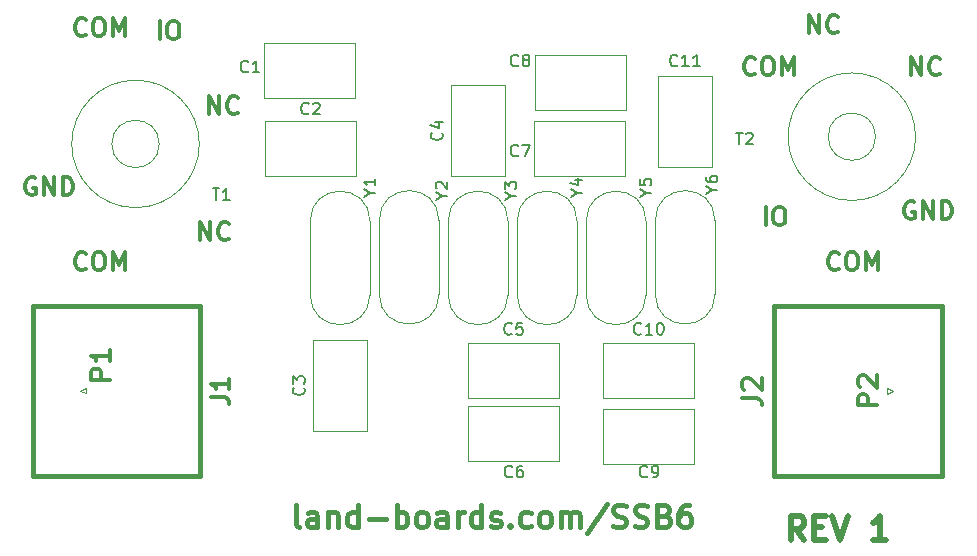
<source format=gto>
G04 #@! TF.GenerationSoftware,KiCad,Pcbnew,(5.1.10)-1*
G04 #@! TF.CreationDate,2021-09-28T15:20:51-04:00*
G04 #@! TF.ProjectId,SSB6,53534236-2e6b-4696-9361-645f70636258,1*
G04 #@! TF.SameCoordinates,PX8c7ecc0PY46649b0*
G04 #@! TF.FileFunction,Legend,Top*
G04 #@! TF.FilePolarity,Positive*
%FSLAX46Y46*%
G04 Gerber Fmt 4.6, Leading zero omitted, Abs format (unit mm)*
G04 Created by KiCad (PCBNEW (5.1.10)-1) date 2021-09-28 15:20:51*
%MOMM*%
%LPD*%
G01*
G04 APERTURE LIST*
%ADD10C,0.304800*%
%ADD11C,0.500000*%
%ADD12C,0.412750*%
%ADD13C,0.120000*%
%ADD14C,0.381000*%
%ADD15C,0.150000*%
G04 APERTURE END LIST*
D10*
X-98459429Y18500572D02*
X-98459429Y20024572D01*
X-97588572Y18500572D01*
X-97588572Y20024572D01*
X-95992000Y18645715D02*
X-96064572Y18573143D01*
X-96282286Y18500572D01*
X-96427429Y18500572D01*
X-96645143Y18573143D01*
X-96790286Y18718286D01*
X-96862858Y18863429D01*
X-96935429Y19153715D01*
X-96935429Y19371429D01*
X-96862858Y19661715D01*
X-96790286Y19806858D01*
X-96645143Y19952000D01*
X-96427429Y20024572D01*
X-96282286Y20024572D01*
X-96064572Y19952000D01*
X-95992000Y19879429D01*
X-99221429Y7832572D02*
X-99221429Y9356572D01*
X-98350572Y7832572D01*
X-98350572Y9356572D01*
X-96754000Y7977715D02*
X-96826572Y7905143D01*
X-97044286Y7832572D01*
X-97189429Y7832572D01*
X-97407143Y7905143D01*
X-97552286Y8050286D01*
X-97624858Y8195429D01*
X-97697429Y8485715D01*
X-97697429Y8703429D01*
X-97624858Y8993715D01*
X-97552286Y9138858D01*
X-97407143Y9284000D01*
X-97189429Y9356572D01*
X-97044286Y9356572D01*
X-96826572Y9284000D01*
X-96754000Y9211429D01*
X-47659429Y25358572D02*
X-47659429Y26882572D01*
X-46788572Y25358572D01*
X-46788572Y26882572D01*
X-45192000Y25503715D02*
X-45264572Y25431143D01*
X-45482286Y25358572D01*
X-45627429Y25358572D01*
X-45845143Y25431143D01*
X-45990286Y25576286D01*
X-46062858Y25721429D01*
X-46135429Y26011715D01*
X-46135429Y26229429D01*
X-46062858Y26519715D01*
X-45990286Y26664858D01*
X-45845143Y26810000D01*
X-45627429Y26882572D01*
X-45482286Y26882572D01*
X-45264572Y26810000D01*
X-45192000Y26737429D01*
X-39023429Y21802572D02*
X-39023429Y23326572D01*
X-38152572Y21802572D01*
X-38152572Y23326572D01*
X-36556000Y21947715D02*
X-36628572Y21875143D01*
X-36846286Y21802572D01*
X-36991429Y21802572D01*
X-37209143Y21875143D01*
X-37354286Y22020286D01*
X-37426858Y22165429D01*
X-37499429Y22455715D01*
X-37499429Y22673429D01*
X-37426858Y22963715D01*
X-37354286Y23108858D01*
X-37209143Y23254000D01*
X-36991429Y23326572D01*
X-36846286Y23326572D01*
X-36628572Y23254000D01*
X-36556000Y23181429D01*
X-113155143Y13094000D02*
X-113300286Y13166572D01*
X-113518000Y13166572D01*
X-113735715Y13094000D01*
X-113880858Y12948858D01*
X-113953429Y12803715D01*
X-114026000Y12513429D01*
X-114026000Y12295715D01*
X-113953429Y12005429D01*
X-113880858Y11860286D01*
X-113735715Y11715143D01*
X-113518000Y11642572D01*
X-113372858Y11642572D01*
X-113155143Y11715143D01*
X-113082572Y11787715D01*
X-113082572Y12295715D01*
X-113372858Y12295715D01*
X-112429429Y11642572D02*
X-112429429Y13166572D01*
X-111558572Y11642572D01*
X-111558572Y13166572D01*
X-110832858Y11642572D02*
X-110832858Y13166572D01*
X-110470000Y13166572D01*
X-110252286Y13094000D01*
X-110107143Y12948858D01*
X-110034572Y12803715D01*
X-109962000Y12513429D01*
X-109962000Y12295715D01*
X-110034572Y12005429D01*
X-110107143Y11860286D01*
X-110252286Y11715143D01*
X-110470000Y11642572D01*
X-110832858Y11642572D01*
X-102632286Y24850572D02*
X-102632286Y26374572D01*
X-101616286Y26374572D02*
X-101326000Y26374572D01*
X-101180858Y26302000D01*
X-101035715Y26156858D01*
X-100963143Y25866572D01*
X-100963143Y25358572D01*
X-101035715Y25068286D01*
X-101180858Y24923143D01*
X-101326000Y24850572D01*
X-101616286Y24850572D01*
X-101761429Y24923143D01*
X-101906572Y25068286D01*
X-101979143Y25358572D01*
X-101979143Y25866572D01*
X-101906572Y26156858D01*
X-101761429Y26302000D01*
X-101616286Y26374572D01*
X-108873429Y5437715D02*
X-108946000Y5365143D01*
X-109163715Y5292572D01*
X-109308858Y5292572D01*
X-109526572Y5365143D01*
X-109671715Y5510286D01*
X-109744286Y5655429D01*
X-109816858Y5945715D01*
X-109816858Y6163429D01*
X-109744286Y6453715D01*
X-109671715Y6598858D01*
X-109526572Y6744000D01*
X-109308858Y6816572D01*
X-109163715Y6816572D01*
X-108946000Y6744000D01*
X-108873429Y6671429D01*
X-107930000Y6816572D02*
X-107639715Y6816572D01*
X-107494572Y6744000D01*
X-107349429Y6598858D01*
X-107276858Y6308572D01*
X-107276858Y5800572D01*
X-107349429Y5510286D01*
X-107494572Y5365143D01*
X-107639715Y5292572D01*
X-107930000Y5292572D01*
X-108075143Y5365143D01*
X-108220286Y5510286D01*
X-108292858Y5800572D01*
X-108292858Y6308572D01*
X-108220286Y6598858D01*
X-108075143Y6744000D01*
X-107930000Y6816572D01*
X-106623715Y5292572D02*
X-106623715Y6816572D01*
X-106115715Y5728000D01*
X-105607715Y6816572D01*
X-105607715Y5292572D01*
X-108873429Y25249715D02*
X-108946000Y25177143D01*
X-109163715Y25104572D01*
X-109308858Y25104572D01*
X-109526572Y25177143D01*
X-109671715Y25322286D01*
X-109744286Y25467429D01*
X-109816858Y25757715D01*
X-109816858Y25975429D01*
X-109744286Y26265715D01*
X-109671715Y26410858D01*
X-109526572Y26556000D01*
X-109308858Y26628572D01*
X-109163715Y26628572D01*
X-108946000Y26556000D01*
X-108873429Y26483429D01*
X-107930000Y26628572D02*
X-107639715Y26628572D01*
X-107494572Y26556000D01*
X-107349429Y26410858D01*
X-107276858Y26120572D01*
X-107276858Y25612572D01*
X-107349429Y25322286D01*
X-107494572Y25177143D01*
X-107639715Y25104572D01*
X-107930000Y25104572D01*
X-108075143Y25177143D01*
X-108220286Y25322286D01*
X-108292858Y25612572D01*
X-108292858Y26120572D01*
X-108220286Y26410858D01*
X-108075143Y26556000D01*
X-107930000Y26628572D01*
X-106623715Y25104572D02*
X-106623715Y26628572D01*
X-106115715Y25540000D01*
X-105607715Y26628572D01*
X-105607715Y25104572D01*
X-52231429Y21947715D02*
X-52304000Y21875143D01*
X-52521715Y21802572D01*
X-52666858Y21802572D01*
X-52884572Y21875143D01*
X-53029715Y22020286D01*
X-53102286Y22165429D01*
X-53174858Y22455715D01*
X-53174858Y22673429D01*
X-53102286Y22963715D01*
X-53029715Y23108858D01*
X-52884572Y23254000D01*
X-52666858Y23326572D01*
X-52521715Y23326572D01*
X-52304000Y23254000D01*
X-52231429Y23181429D01*
X-51288000Y23326572D02*
X-50997715Y23326572D01*
X-50852572Y23254000D01*
X-50707429Y23108858D01*
X-50634858Y22818572D01*
X-50634858Y22310572D01*
X-50707429Y22020286D01*
X-50852572Y21875143D01*
X-50997715Y21802572D01*
X-51288000Y21802572D01*
X-51433143Y21875143D01*
X-51578286Y22020286D01*
X-51650858Y22310572D01*
X-51650858Y22818572D01*
X-51578286Y23108858D01*
X-51433143Y23254000D01*
X-51288000Y23326572D01*
X-49981715Y21802572D02*
X-49981715Y23326572D01*
X-49473715Y22238000D01*
X-48965715Y23326572D01*
X-48965715Y21802572D01*
X-51324286Y9102572D02*
X-51324286Y10626572D01*
X-50308286Y10626572D02*
X-50018000Y10626572D01*
X-49872858Y10554000D01*
X-49727715Y10408858D01*
X-49655143Y10118572D01*
X-49655143Y9610572D01*
X-49727715Y9320286D01*
X-49872858Y9175143D01*
X-50018000Y9102572D01*
X-50308286Y9102572D01*
X-50453429Y9175143D01*
X-50598572Y9320286D01*
X-50671143Y9610572D01*
X-50671143Y10118572D01*
X-50598572Y10408858D01*
X-50453429Y10554000D01*
X-50308286Y10626572D01*
X-45119429Y5437715D02*
X-45192000Y5365143D01*
X-45409715Y5292572D01*
X-45554858Y5292572D01*
X-45772572Y5365143D01*
X-45917715Y5510286D01*
X-45990286Y5655429D01*
X-46062858Y5945715D01*
X-46062858Y6163429D01*
X-45990286Y6453715D01*
X-45917715Y6598858D01*
X-45772572Y6744000D01*
X-45554858Y6816572D01*
X-45409715Y6816572D01*
X-45192000Y6744000D01*
X-45119429Y6671429D01*
X-44176000Y6816572D02*
X-43885715Y6816572D01*
X-43740572Y6744000D01*
X-43595429Y6598858D01*
X-43522858Y6308572D01*
X-43522858Y5800572D01*
X-43595429Y5510286D01*
X-43740572Y5365143D01*
X-43885715Y5292572D01*
X-44176000Y5292572D01*
X-44321143Y5365143D01*
X-44466286Y5510286D01*
X-44538858Y5800572D01*
X-44538858Y6308572D01*
X-44466286Y6598858D01*
X-44321143Y6744000D01*
X-44176000Y6816572D01*
X-42869715Y5292572D02*
X-42869715Y6816572D01*
X-42361715Y5728000D01*
X-41853715Y6816572D01*
X-41853715Y5292572D01*
X-38733143Y11062000D02*
X-38878286Y11134572D01*
X-39096000Y11134572D01*
X-39313715Y11062000D01*
X-39458858Y10916858D01*
X-39531429Y10771715D01*
X-39604000Y10481429D01*
X-39604000Y10263715D01*
X-39531429Y9973429D01*
X-39458858Y9828286D01*
X-39313715Y9683143D01*
X-39096000Y9610572D01*
X-38950858Y9610572D01*
X-38733143Y9683143D01*
X-38660572Y9755715D01*
X-38660572Y10263715D01*
X-38950858Y10263715D01*
X-38007429Y9610572D02*
X-38007429Y11134572D01*
X-37136572Y9610572D01*
X-37136572Y11134572D01*
X-36410858Y9610572D02*
X-36410858Y11134572D01*
X-36048000Y11134572D01*
X-35830286Y11062000D01*
X-35685143Y10916858D01*
X-35612572Y10771715D01*
X-35540000Y10481429D01*
X-35540000Y10263715D01*
X-35612572Y9973429D01*
X-35685143Y9828286D01*
X-35830286Y9683143D01*
X-36048000Y9610572D01*
X-36410858Y9610572D01*
D11*
X-48049143Y-17528761D02*
X-48715810Y-16576380D01*
X-49192000Y-17528761D02*
X-49192000Y-15528761D01*
X-48430096Y-15528761D01*
X-48239620Y-15624000D01*
X-48144381Y-15719238D01*
X-48049143Y-15909714D01*
X-48049143Y-16195428D01*
X-48144381Y-16385904D01*
X-48239620Y-16481142D01*
X-48430096Y-16576380D01*
X-49192000Y-16576380D01*
X-47192000Y-16481142D02*
X-46525334Y-16481142D01*
X-46239620Y-17528761D02*
X-47192000Y-17528761D01*
X-47192000Y-15528761D01*
X-46239620Y-15528761D01*
X-45668191Y-15528761D02*
X-45001524Y-17528761D01*
X-44334858Y-15528761D01*
X-41096762Y-17528761D02*
X-42239620Y-17528761D01*
X-41668191Y-17528761D02*
X-41668191Y-15528761D01*
X-41858667Y-15814476D01*
X-42049143Y-16004952D01*
X-42239620Y-16100190D01*
D12*
X-90821286Y-16469785D02*
X-91002715Y-16379071D01*
X-91093429Y-16197642D01*
X-91093429Y-14564785D01*
X-89279143Y-16469785D02*
X-89279143Y-15471928D01*
X-89369858Y-15290500D01*
X-89551286Y-15199785D01*
X-89914143Y-15199785D01*
X-90095572Y-15290500D01*
X-89279143Y-16379071D02*
X-89460572Y-16469785D01*
X-89914143Y-16469785D01*
X-90095572Y-16379071D01*
X-90186286Y-16197642D01*
X-90186286Y-16016214D01*
X-90095572Y-15834785D01*
X-89914143Y-15744071D01*
X-89460572Y-15744071D01*
X-89279143Y-15653357D01*
X-88372000Y-15199785D02*
X-88372000Y-16469785D01*
X-88372000Y-15381214D02*
X-88281286Y-15290500D01*
X-88099858Y-15199785D01*
X-87827715Y-15199785D01*
X-87646286Y-15290500D01*
X-87555572Y-15471928D01*
X-87555572Y-16469785D01*
X-85832000Y-16469785D02*
X-85832000Y-14564785D01*
X-85832000Y-16379071D02*
X-86013429Y-16469785D01*
X-86376286Y-16469785D01*
X-86557715Y-16379071D01*
X-86648429Y-16288357D01*
X-86739143Y-16106928D01*
X-86739143Y-15562642D01*
X-86648429Y-15381214D01*
X-86557715Y-15290500D01*
X-86376286Y-15199785D01*
X-86013429Y-15199785D01*
X-85832000Y-15290500D01*
X-84924858Y-15744071D02*
X-83473429Y-15744071D01*
X-82566286Y-16469785D02*
X-82566286Y-14564785D01*
X-82566286Y-15290500D02*
X-82384858Y-15199785D01*
X-82022000Y-15199785D01*
X-81840572Y-15290500D01*
X-81749858Y-15381214D01*
X-81659143Y-15562642D01*
X-81659143Y-16106928D01*
X-81749858Y-16288357D01*
X-81840572Y-16379071D01*
X-82022000Y-16469785D01*
X-82384858Y-16469785D01*
X-82566286Y-16379071D01*
X-80570572Y-16469785D02*
X-80752000Y-16379071D01*
X-80842715Y-16288357D01*
X-80933429Y-16106928D01*
X-80933429Y-15562642D01*
X-80842715Y-15381214D01*
X-80752000Y-15290500D01*
X-80570572Y-15199785D01*
X-80298429Y-15199785D01*
X-80117000Y-15290500D01*
X-80026286Y-15381214D01*
X-79935572Y-15562642D01*
X-79935572Y-16106928D01*
X-80026286Y-16288357D01*
X-80117000Y-16379071D01*
X-80298429Y-16469785D01*
X-80570572Y-16469785D01*
X-78302715Y-16469785D02*
X-78302715Y-15471928D01*
X-78393429Y-15290500D01*
X-78574858Y-15199785D01*
X-78937715Y-15199785D01*
X-79119143Y-15290500D01*
X-78302715Y-16379071D02*
X-78484143Y-16469785D01*
X-78937715Y-16469785D01*
X-79119143Y-16379071D01*
X-79209858Y-16197642D01*
X-79209858Y-16016214D01*
X-79119143Y-15834785D01*
X-78937715Y-15744071D01*
X-78484143Y-15744071D01*
X-78302715Y-15653357D01*
X-77395572Y-16469785D02*
X-77395572Y-15199785D01*
X-77395572Y-15562642D02*
X-77304858Y-15381214D01*
X-77214143Y-15290500D01*
X-77032715Y-15199785D01*
X-76851286Y-15199785D01*
X-75399858Y-16469785D02*
X-75399858Y-14564785D01*
X-75399858Y-16379071D02*
X-75581286Y-16469785D01*
X-75944143Y-16469785D01*
X-76125572Y-16379071D01*
X-76216286Y-16288357D01*
X-76307000Y-16106928D01*
X-76307000Y-15562642D01*
X-76216286Y-15381214D01*
X-76125572Y-15290500D01*
X-75944143Y-15199785D01*
X-75581286Y-15199785D01*
X-75399858Y-15290500D01*
X-74583429Y-16379071D02*
X-74402000Y-16469785D01*
X-74039143Y-16469785D01*
X-73857715Y-16379071D01*
X-73767000Y-16197642D01*
X-73767000Y-16106928D01*
X-73857715Y-15925500D01*
X-74039143Y-15834785D01*
X-74311286Y-15834785D01*
X-74492715Y-15744071D01*
X-74583429Y-15562642D01*
X-74583429Y-15471928D01*
X-74492715Y-15290500D01*
X-74311286Y-15199785D01*
X-74039143Y-15199785D01*
X-73857715Y-15290500D01*
X-72950572Y-16288357D02*
X-72859858Y-16379071D01*
X-72950572Y-16469785D01*
X-73041286Y-16379071D01*
X-72950572Y-16288357D01*
X-72950572Y-16469785D01*
X-71227000Y-16379071D02*
X-71408429Y-16469785D01*
X-71771286Y-16469785D01*
X-71952715Y-16379071D01*
X-72043429Y-16288357D01*
X-72134143Y-16106928D01*
X-72134143Y-15562642D01*
X-72043429Y-15381214D01*
X-71952715Y-15290500D01*
X-71771286Y-15199785D01*
X-71408429Y-15199785D01*
X-71227000Y-15290500D01*
X-70138429Y-16469785D02*
X-70319858Y-16379071D01*
X-70410572Y-16288357D01*
X-70501286Y-16106928D01*
X-70501286Y-15562642D01*
X-70410572Y-15381214D01*
X-70319858Y-15290500D01*
X-70138429Y-15199785D01*
X-69866286Y-15199785D01*
X-69684858Y-15290500D01*
X-69594143Y-15381214D01*
X-69503429Y-15562642D01*
X-69503429Y-16106928D01*
X-69594143Y-16288357D01*
X-69684858Y-16379071D01*
X-69866286Y-16469785D01*
X-70138429Y-16469785D01*
X-68687000Y-16469785D02*
X-68687000Y-15199785D01*
X-68687000Y-15381214D02*
X-68596286Y-15290500D01*
X-68414858Y-15199785D01*
X-68142715Y-15199785D01*
X-67961286Y-15290500D01*
X-67870572Y-15471928D01*
X-67870572Y-16469785D01*
X-67870572Y-15471928D02*
X-67779858Y-15290500D01*
X-67598429Y-15199785D01*
X-67326286Y-15199785D01*
X-67144858Y-15290500D01*
X-67054143Y-15471928D01*
X-67054143Y-16469785D01*
X-64786286Y-14474071D02*
X-66419143Y-16923357D01*
X-64242000Y-16379071D02*
X-63969858Y-16469785D01*
X-63516286Y-16469785D01*
X-63334858Y-16379071D01*
X-63244143Y-16288357D01*
X-63153429Y-16106928D01*
X-63153429Y-15925500D01*
X-63244143Y-15744071D01*
X-63334858Y-15653357D01*
X-63516286Y-15562642D01*
X-63879143Y-15471928D01*
X-64060572Y-15381214D01*
X-64151286Y-15290500D01*
X-64242000Y-15109071D01*
X-64242000Y-14927642D01*
X-64151286Y-14746214D01*
X-64060572Y-14655500D01*
X-63879143Y-14564785D01*
X-63425572Y-14564785D01*
X-63153429Y-14655500D01*
X-62427715Y-16379071D02*
X-62155572Y-16469785D01*
X-61702000Y-16469785D01*
X-61520572Y-16379071D01*
X-61429858Y-16288357D01*
X-61339143Y-16106928D01*
X-61339143Y-15925500D01*
X-61429858Y-15744071D01*
X-61520572Y-15653357D01*
X-61702000Y-15562642D01*
X-62064858Y-15471928D01*
X-62246286Y-15381214D01*
X-62337000Y-15290500D01*
X-62427715Y-15109071D01*
X-62427715Y-14927642D01*
X-62337000Y-14746214D01*
X-62246286Y-14655500D01*
X-62064858Y-14564785D01*
X-61611286Y-14564785D01*
X-61339143Y-14655500D01*
X-59887715Y-15471928D02*
X-59615572Y-15562642D01*
X-59524858Y-15653357D01*
X-59434143Y-15834785D01*
X-59434143Y-16106928D01*
X-59524858Y-16288357D01*
X-59615572Y-16379071D01*
X-59797000Y-16469785D01*
X-60522715Y-16469785D01*
X-60522715Y-14564785D01*
X-59887715Y-14564785D01*
X-59706286Y-14655500D01*
X-59615572Y-14746214D01*
X-59524858Y-14927642D01*
X-59524858Y-15109071D01*
X-59615572Y-15290500D01*
X-59706286Y-15381214D01*
X-59887715Y-15471928D01*
X-60522715Y-15471928D01*
X-57801286Y-14564785D02*
X-58164143Y-14564785D01*
X-58345572Y-14655500D01*
X-58436286Y-14746214D01*
X-58617715Y-15018357D01*
X-58708429Y-15381214D01*
X-58708429Y-16106928D01*
X-58617715Y-16288357D01*
X-58527000Y-16379071D01*
X-58345572Y-16469785D01*
X-57982715Y-16469785D01*
X-57801286Y-16379071D01*
X-57710572Y-16288357D01*
X-57619858Y-16106928D01*
X-57619858Y-15653357D01*
X-57710572Y-15471928D01*
X-57801286Y-15381214D01*
X-57982715Y-15290500D01*
X-58345572Y-15290500D01*
X-58527000Y-15381214D01*
X-58617715Y-15471928D01*
X-58708429Y-15653357D01*
D13*
X-109353000Y-4889200D02*
X-108853000Y-5139200D01*
X-108853000Y-5139200D02*
X-108853000Y-4639200D01*
X-108853000Y-4639200D02*
X-109353000Y-4889200D01*
X-40543200Y-4914600D02*
X-41043200Y-4664600D01*
X-41043200Y-4664600D02*
X-41043200Y-5164600D01*
X-41043200Y-5164600D02*
X-40543200Y-4914600D01*
D14*
X-50627600Y2248200D02*
X-36426460Y2248200D01*
X-36431540Y2253280D02*
X-36431540Y-12145980D01*
X-36426460Y-12151060D02*
X-50627600Y-12151060D01*
X-50645380Y2248200D02*
X-50645380Y-12151060D01*
D13*
X-86066000Y24559000D02*
X-86066000Y19917000D01*
X-93806000Y24559000D02*
X-93806000Y19917000D01*
X-93806000Y19917000D02*
X-86066000Y19917000D01*
X-93806000Y24559000D02*
X-86066000Y24559000D01*
X-85986000Y13313000D02*
X-93726000Y13313000D01*
X-85986000Y17955000D02*
X-93726000Y17955000D01*
X-85986000Y13313000D02*
X-85986000Y17955000D01*
X-93726000Y13313000D02*
X-93726000Y17955000D01*
X-89677000Y-602000D02*
X-85035000Y-602000D01*
X-89677000Y-8342000D02*
X-85035000Y-8342000D01*
X-85035000Y-8342000D02*
X-85035000Y-602000D01*
X-89677000Y-8342000D02*
X-89677000Y-602000D01*
X-77993000Y20988000D02*
X-73351000Y20988000D01*
X-77993000Y13248000D02*
X-73351000Y13248000D01*
X-73351000Y13248000D02*
X-73351000Y20988000D01*
X-77993000Y13248000D02*
X-77993000Y20988000D01*
X-76534000Y-841000D02*
X-68794000Y-841000D01*
X-76534000Y-5483000D02*
X-68794000Y-5483000D01*
X-76534000Y-841000D02*
X-76534000Y-5483000D01*
X-68794000Y-841000D02*
X-68794000Y-5483000D01*
X-76534000Y-6175000D02*
X-68794000Y-6175000D01*
X-76534000Y-10817000D02*
X-68794000Y-10817000D01*
X-76534000Y-6175000D02*
X-76534000Y-10817000D01*
X-68794000Y-6175000D02*
X-68794000Y-10817000D01*
X-70946000Y17955000D02*
X-63206000Y17955000D01*
X-70946000Y13313000D02*
X-63206000Y13313000D01*
X-70946000Y17955000D02*
X-70946000Y13313000D01*
X-63206000Y17955000D02*
X-63206000Y13313000D01*
X-70866000Y18901000D02*
X-70866000Y23543000D01*
X-63126000Y18901000D02*
X-63126000Y23543000D01*
X-63126000Y23543000D02*
X-70866000Y23543000D01*
X-63126000Y18901000D02*
X-70866000Y18901000D01*
X-57364000Y-6429000D02*
X-57364000Y-11071000D01*
X-65104000Y-6429000D02*
X-65104000Y-11071000D01*
X-65104000Y-11071000D02*
X-57364000Y-11071000D01*
X-65104000Y-6429000D02*
X-57364000Y-6429000D01*
X-57364000Y-841000D02*
X-57364000Y-5483000D01*
X-65104000Y-841000D02*
X-65104000Y-5483000D01*
X-65104000Y-5483000D02*
X-57364000Y-5483000D01*
X-65104000Y-841000D02*
X-57364000Y-841000D01*
X-60467000Y14010000D02*
X-60467000Y21750000D01*
X-55825000Y14010000D02*
X-55825000Y21750000D01*
X-60467000Y14010000D02*
X-55825000Y14010000D01*
X-60467000Y21750000D02*
X-55825000Y21750000D01*
X-89881000Y9461000D02*
X-89881000Y3211000D01*
X-84831000Y9461000D02*
X-84831000Y3211000D01*
X-89881000Y9461000D02*
G75*
G02*
X-84831000Y9461000I2525000J0D01*
G01*
X-89881000Y3211000D02*
G75*
G03*
X-84831000Y3211000I2525000J0D01*
G01*
X-78197000Y9461000D02*
X-78197000Y3211000D01*
X-73147000Y9461000D02*
X-73147000Y3211000D01*
X-78197000Y9461000D02*
G75*
G02*
X-73147000Y9461000I2525000J0D01*
G01*
X-78197000Y3211000D02*
G75*
G03*
X-73147000Y3211000I2525000J0D01*
G01*
X-67305000Y9461000D02*
X-67305000Y3211000D01*
X-72355000Y9461000D02*
X-72355000Y3211000D01*
X-72355000Y3211000D02*
G75*
G03*
X-67305000Y3211000I2525000J0D01*
G01*
X-72355000Y9461000D02*
G75*
G02*
X-67305000Y9461000I2525000J0D01*
G01*
X-66513000Y9461000D02*
X-66513000Y3211000D01*
X-61463000Y9461000D02*
X-61463000Y3211000D01*
X-66513000Y9461000D02*
G75*
G02*
X-61463000Y9461000I2525000J0D01*
G01*
X-66513000Y3211000D02*
G75*
G03*
X-61463000Y3211000I2525000J0D01*
G01*
X-60671000Y3265000D02*
X-60671000Y9515000D01*
X-55621000Y3265000D02*
X-55621000Y9515000D01*
X-55621000Y9515000D02*
G75*
G03*
X-60671000Y9515000I-2525000J0D01*
G01*
X-55621000Y3265000D02*
G75*
G02*
X-60671000Y3265000I-2525000J0D01*
G01*
X-78989000Y3265000D02*
X-78989000Y9515000D01*
X-84039000Y3265000D02*
X-84039000Y9515000D01*
X-78989000Y3265000D02*
G75*
G02*
X-84039000Y3265000I-2525000J0D01*
G01*
X-78989000Y9515000D02*
G75*
G03*
X-84039000Y9515000I-2525000J0D01*
G01*
X-102673502Y15992000D02*
G75*
G03*
X-102673502Y15992000I-2002498J0D01*
G01*
X-99276000Y15992000D02*
G75*
G03*
X-99276000Y15992000I-5400000J0D01*
G01*
X-38626000Y16602000D02*
G75*
G03*
X-38626000Y16602000I-5400000J0D01*
G01*
X-42023502Y16602000D02*
G75*
G03*
X-42023502Y16602000I-2002498J0D01*
G01*
D14*
X-99174620Y-12128200D02*
X-99174620Y2271060D01*
X-113393540Y2271060D02*
X-99192400Y2271060D01*
X-113388460Y-12133280D02*
X-113388460Y2265980D01*
X-99192400Y-12128200D02*
X-113393540Y-12128200D01*
D10*
X-106802120Y-3974195D02*
X-108453120Y-3974195D01*
X-108453120Y-3345242D01*
X-108374500Y-3188004D01*
X-108295881Y-3109385D01*
X-108138643Y-3030766D01*
X-107902786Y-3030766D01*
X-107745548Y-3109385D01*
X-107666929Y-3188004D01*
X-107588310Y-3345242D01*
X-107588310Y-3974195D01*
X-106802120Y-1458385D02*
X-106802120Y-2401814D01*
X-106802120Y-1930100D02*
X-108453120Y-1930100D01*
X-108217262Y-2087338D01*
X-108060024Y-2244576D01*
X-107981405Y-2401814D01*
X-41854320Y-6133195D02*
X-43505320Y-6133195D01*
X-43505320Y-5504242D01*
X-43426700Y-5347004D01*
X-43348081Y-5268385D01*
X-43190843Y-5189766D01*
X-42954986Y-5189766D01*
X-42797748Y-5268385D01*
X-42719129Y-5347004D01*
X-42640510Y-5504242D01*
X-42640510Y-6133195D01*
X-43348081Y-4560814D02*
X-43426700Y-4482195D01*
X-43505320Y-4324957D01*
X-43505320Y-3931861D01*
X-43426700Y-3774623D01*
X-43348081Y-3696004D01*
X-43190843Y-3617385D01*
X-43033605Y-3617385D01*
X-42797748Y-3696004D01*
X-41854320Y-4639433D01*
X-41854320Y-3617385D01*
X-53297020Y-5515733D02*
X-52117734Y-5515733D01*
X-51881877Y-5594352D01*
X-51724639Y-5751590D01*
X-51646020Y-5987447D01*
X-51646020Y-6144685D01*
X-53139781Y-4808161D02*
X-53218400Y-4729542D01*
X-53297020Y-4572304D01*
X-53297020Y-4179209D01*
X-53218400Y-4021971D01*
X-53139781Y-3943352D01*
X-52982543Y-3864733D01*
X-52825305Y-3864733D01*
X-52589448Y-3943352D01*
X-51646020Y-4886780D01*
X-51646020Y-3864733D01*
D15*
X-95142667Y22134858D02*
X-95190286Y22087239D01*
X-95333143Y22039620D01*
X-95428381Y22039620D01*
X-95571239Y22087239D01*
X-95666477Y22182477D01*
X-95714096Y22277715D01*
X-95761715Y22468191D01*
X-95761715Y22611048D01*
X-95714096Y22801524D01*
X-95666477Y22896762D01*
X-95571239Y22992000D01*
X-95428381Y23039620D01*
X-95333143Y23039620D01*
X-95190286Y22992000D01*
X-95142667Y22944381D01*
X-94190286Y22039620D02*
X-94761715Y22039620D01*
X-94476000Y22039620D02*
X-94476000Y23039620D01*
X-94571239Y22896762D01*
X-94666477Y22801524D01*
X-94761715Y22753905D01*
X-90022667Y18578858D02*
X-90070286Y18531239D01*
X-90213143Y18483620D01*
X-90308381Y18483620D01*
X-90451239Y18531239D01*
X-90546477Y18626477D01*
X-90594096Y18721715D01*
X-90641715Y18912191D01*
X-90641715Y19055048D01*
X-90594096Y19245524D01*
X-90546477Y19340762D01*
X-90451239Y19436000D01*
X-90308381Y19483620D01*
X-90213143Y19483620D01*
X-90070286Y19436000D01*
X-90022667Y19388381D01*
X-89641715Y19388381D02*
X-89594096Y19436000D01*
X-89498858Y19483620D01*
X-89260762Y19483620D01*
X-89165524Y19436000D01*
X-89117905Y19388381D01*
X-89070286Y19293143D01*
X-89070286Y19197905D01*
X-89117905Y19055048D01*
X-89689334Y18483620D01*
X-89070286Y18483620D01*
X-90448858Y-4638666D02*
X-90401239Y-4686285D01*
X-90353620Y-4829142D01*
X-90353620Y-4924380D01*
X-90401239Y-5067238D01*
X-90496477Y-5162476D01*
X-90591715Y-5210095D01*
X-90782191Y-5257714D01*
X-90925048Y-5257714D01*
X-91115524Y-5210095D01*
X-91210762Y-5162476D01*
X-91306000Y-5067238D01*
X-91353620Y-4924380D01*
X-91353620Y-4829142D01*
X-91306000Y-4686285D01*
X-91258381Y-4638666D01*
X-91353620Y-4305333D02*
X-91353620Y-3686285D01*
X-90972667Y-4019619D01*
X-90972667Y-3876761D01*
X-90925048Y-3781523D01*
X-90877429Y-3733904D01*
X-90782191Y-3686285D01*
X-90544096Y-3686285D01*
X-90448858Y-3733904D01*
X-90401239Y-3781523D01*
X-90353620Y-3876761D01*
X-90353620Y-4162476D01*
X-90401239Y-4257714D01*
X-90448858Y-4305333D01*
X-78764858Y16951334D02*
X-78717239Y16903715D01*
X-78669620Y16760858D01*
X-78669620Y16665620D01*
X-78717239Y16522762D01*
X-78812477Y16427524D01*
X-78907715Y16379905D01*
X-79098191Y16332286D01*
X-79241048Y16332286D01*
X-79431524Y16379905D01*
X-79526762Y16427524D01*
X-79622000Y16522762D01*
X-79669620Y16665620D01*
X-79669620Y16760858D01*
X-79622000Y16903715D01*
X-79574381Y16951334D01*
X-79336286Y17808477D02*
X-78669620Y17808477D01*
X-79717239Y17570381D02*
X-79002953Y17332286D01*
X-79002953Y17951334D01*
X-72830667Y-69142D02*
X-72878286Y-116761D01*
X-73021143Y-164380D01*
X-73116381Y-164380D01*
X-73259239Y-116761D01*
X-73354477Y-21523D01*
X-73402096Y73715D01*
X-73449715Y264191D01*
X-73449715Y407048D01*
X-73402096Y597524D01*
X-73354477Y692762D01*
X-73259239Y788000D01*
X-73116381Y835620D01*
X-73021143Y835620D01*
X-72878286Y788000D01*
X-72830667Y740381D01*
X-71925905Y835620D02*
X-72402096Y835620D01*
X-72449715Y359429D01*
X-72402096Y407048D01*
X-72306858Y454667D01*
X-72068762Y454667D01*
X-71973524Y407048D01*
X-71925905Y359429D01*
X-71878286Y264191D01*
X-71878286Y26096D01*
X-71925905Y-69142D01*
X-71973524Y-116761D01*
X-72068762Y-164380D01*
X-72306858Y-164380D01*
X-72402096Y-116761D01*
X-72449715Y-69142D01*
X-72790667Y-12155142D02*
X-72838286Y-12202761D01*
X-72981143Y-12250380D01*
X-73076381Y-12250380D01*
X-73219239Y-12202761D01*
X-73314477Y-12107523D01*
X-73362096Y-12012285D01*
X-73409715Y-11821809D01*
X-73409715Y-11678952D01*
X-73362096Y-11488476D01*
X-73314477Y-11393238D01*
X-73219239Y-11298000D01*
X-73076381Y-11250380D01*
X-72981143Y-11250380D01*
X-72838286Y-11298000D01*
X-72790667Y-11345619D01*
X-71933524Y-11250380D02*
X-72124000Y-11250380D01*
X-72219239Y-11298000D01*
X-72266858Y-11345619D01*
X-72362096Y-11488476D01*
X-72409715Y-11678952D01*
X-72409715Y-12059904D01*
X-72362096Y-12155142D01*
X-72314477Y-12202761D01*
X-72219239Y-12250380D01*
X-72028762Y-12250380D01*
X-71933524Y-12202761D01*
X-71885905Y-12155142D01*
X-71838286Y-12059904D01*
X-71838286Y-11821809D01*
X-71885905Y-11726571D01*
X-71933524Y-11678952D01*
X-72028762Y-11631333D01*
X-72219239Y-11631333D01*
X-72314477Y-11678952D01*
X-72362096Y-11726571D01*
X-72409715Y-11821809D01*
X-72282667Y15022858D02*
X-72330286Y14975239D01*
X-72473143Y14927620D01*
X-72568381Y14927620D01*
X-72711239Y14975239D01*
X-72806477Y15070477D01*
X-72854096Y15165715D01*
X-72901715Y15356191D01*
X-72901715Y15499048D01*
X-72854096Y15689524D01*
X-72806477Y15784762D01*
X-72711239Y15880000D01*
X-72568381Y15927620D01*
X-72473143Y15927620D01*
X-72330286Y15880000D01*
X-72282667Y15832381D01*
X-71949334Y15927620D02*
X-71282667Y15927620D01*
X-71711239Y14927620D01*
X-72282667Y22642858D02*
X-72330286Y22595239D01*
X-72473143Y22547620D01*
X-72568381Y22547620D01*
X-72711239Y22595239D01*
X-72806477Y22690477D01*
X-72854096Y22785715D01*
X-72901715Y22976191D01*
X-72901715Y23119048D01*
X-72854096Y23309524D01*
X-72806477Y23404762D01*
X-72711239Y23500000D01*
X-72568381Y23547620D01*
X-72473143Y23547620D01*
X-72330286Y23500000D01*
X-72282667Y23452381D01*
X-71711239Y23119048D02*
X-71806477Y23166667D01*
X-71854096Y23214286D01*
X-71901715Y23309524D01*
X-71901715Y23357143D01*
X-71854096Y23452381D01*
X-71806477Y23500000D01*
X-71711239Y23547620D01*
X-71520762Y23547620D01*
X-71425524Y23500000D01*
X-71377905Y23452381D01*
X-71330286Y23357143D01*
X-71330286Y23309524D01*
X-71377905Y23214286D01*
X-71425524Y23166667D01*
X-71520762Y23119048D01*
X-71711239Y23119048D01*
X-71806477Y23071429D01*
X-71854096Y23023810D01*
X-71901715Y22928572D01*
X-71901715Y22738096D01*
X-71854096Y22642858D01*
X-71806477Y22595239D01*
X-71711239Y22547620D01*
X-71520762Y22547620D01*
X-71425524Y22595239D01*
X-71377905Y22642858D01*
X-71330286Y22738096D01*
X-71330286Y22928572D01*
X-71377905Y23023810D01*
X-71425524Y23071429D01*
X-71520762Y23119048D01*
X-61360667Y-12155142D02*
X-61408286Y-12202761D01*
X-61551143Y-12250380D01*
X-61646381Y-12250380D01*
X-61789239Y-12202761D01*
X-61884477Y-12107523D01*
X-61932096Y-12012285D01*
X-61979715Y-11821809D01*
X-61979715Y-11678952D01*
X-61932096Y-11488476D01*
X-61884477Y-11393238D01*
X-61789239Y-11298000D01*
X-61646381Y-11250380D01*
X-61551143Y-11250380D01*
X-61408286Y-11298000D01*
X-61360667Y-11345619D01*
X-60884477Y-12250380D02*
X-60694000Y-12250380D01*
X-60598762Y-12202761D01*
X-60551143Y-12155142D01*
X-60455905Y-12012285D01*
X-60408286Y-11821809D01*
X-60408286Y-11440857D01*
X-60455905Y-11345619D01*
X-60503524Y-11298000D01*
X-60598762Y-11250380D01*
X-60789239Y-11250380D01*
X-60884477Y-11298000D01*
X-60932096Y-11345619D01*
X-60979715Y-11440857D01*
X-60979715Y-11678952D01*
X-60932096Y-11774190D01*
X-60884477Y-11821809D01*
X-60789239Y-11869428D01*
X-60598762Y-11869428D01*
X-60503524Y-11821809D01*
X-60455905Y-11774190D01*
X-60408286Y-11678952D01*
X-61876858Y-69142D02*
X-61924477Y-116761D01*
X-62067334Y-164380D01*
X-62162572Y-164380D01*
X-62305429Y-116761D01*
X-62400667Y-21523D01*
X-62448286Y73715D01*
X-62495905Y264191D01*
X-62495905Y407048D01*
X-62448286Y597524D01*
X-62400667Y692762D01*
X-62305429Y788000D01*
X-62162572Y835620D01*
X-62067334Y835620D01*
X-61924477Y788000D01*
X-61876858Y740381D01*
X-60924477Y-164380D02*
X-61495905Y-164380D01*
X-61210191Y-164380D02*
X-61210191Y835620D01*
X-61305429Y692762D01*
X-61400667Y597524D01*
X-61495905Y549905D01*
X-60305429Y835620D02*
X-60210191Y835620D01*
X-60114953Y788000D01*
X-60067334Y740381D01*
X-60019715Y645143D01*
X-59972096Y454667D01*
X-59972096Y216572D01*
X-60019715Y26096D01*
X-60067334Y-69142D01*
X-60114953Y-116761D01*
X-60210191Y-164380D01*
X-60305429Y-164380D01*
X-60400667Y-116761D01*
X-60448286Y-69142D01*
X-60495905Y26096D01*
X-60543524Y216572D01*
X-60543524Y454667D01*
X-60495905Y645143D01*
X-60448286Y740381D01*
X-60400667Y788000D01*
X-60305429Y835620D01*
X-58788858Y22642858D02*
X-58836477Y22595239D01*
X-58979334Y22547620D01*
X-59074572Y22547620D01*
X-59217429Y22595239D01*
X-59312667Y22690477D01*
X-59360286Y22785715D01*
X-59407905Y22976191D01*
X-59407905Y23119048D01*
X-59360286Y23309524D01*
X-59312667Y23404762D01*
X-59217429Y23500000D01*
X-59074572Y23547620D01*
X-58979334Y23547620D01*
X-58836477Y23500000D01*
X-58788858Y23452381D01*
X-57836477Y22547620D02*
X-58407905Y22547620D01*
X-58122191Y22547620D02*
X-58122191Y23547620D01*
X-58217429Y23404762D01*
X-58312667Y23309524D01*
X-58407905Y23261905D01*
X-56884096Y22547620D02*
X-57455524Y22547620D01*
X-57169810Y22547620D02*
X-57169810Y23547620D01*
X-57265048Y23404762D01*
X-57360286Y23309524D01*
X-57455524Y23261905D01*
X-84839810Y11855810D02*
X-84363620Y11855810D01*
X-85363620Y11522477D02*
X-84839810Y11855810D01*
X-85363620Y12189143D01*
X-84363620Y13046286D02*
X-84363620Y12474858D01*
X-84363620Y12760572D02*
X-85363620Y12760572D01*
X-85220762Y12665334D01*
X-85125524Y12570096D01*
X-85077905Y12474858D01*
X-72901810Y11601810D02*
X-72425620Y11601810D01*
X-73425620Y11268477D02*
X-72901810Y11601810D01*
X-73425620Y11935143D01*
X-73425620Y12173239D02*
X-73425620Y12792286D01*
X-73044667Y12458953D01*
X-73044667Y12601810D01*
X-72997048Y12697048D01*
X-72949429Y12744667D01*
X-72854191Y12792286D01*
X-72616096Y12792286D01*
X-72520858Y12744667D01*
X-72473239Y12697048D01*
X-72425620Y12601810D01*
X-72425620Y12316096D01*
X-72473239Y12220858D01*
X-72520858Y12173239D01*
X-67313810Y11855810D02*
X-66837620Y11855810D01*
X-67837620Y11522477D02*
X-67313810Y11855810D01*
X-67837620Y12189143D01*
X-67504286Y12951048D02*
X-66837620Y12951048D01*
X-67885239Y12712953D02*
X-67170953Y12474858D01*
X-67170953Y13093905D01*
X-61471810Y11855810D02*
X-60995620Y11855810D01*
X-61995620Y11522477D02*
X-61471810Y11855810D01*
X-61995620Y12189143D01*
X-61995620Y12998667D02*
X-61995620Y12522477D01*
X-61519429Y12474858D01*
X-61567048Y12522477D01*
X-61614667Y12617715D01*
X-61614667Y12855810D01*
X-61567048Y12951048D01*
X-61519429Y12998667D01*
X-61424191Y13046286D01*
X-61186096Y13046286D01*
X-61090858Y12998667D01*
X-61043239Y12951048D01*
X-60995620Y12855810D01*
X-60995620Y12617715D01*
X-61043239Y12522477D01*
X-61090858Y12474858D01*
X-55883810Y12109810D02*
X-55407620Y12109810D01*
X-56407620Y11776477D02*
X-55883810Y12109810D01*
X-56407620Y12443143D01*
X-56407620Y13205048D02*
X-56407620Y13014572D01*
X-56360000Y12919334D01*
X-56312381Y12871715D01*
X-56169524Y12776477D01*
X-55979048Y12728858D01*
X-55598096Y12728858D01*
X-55502858Y12776477D01*
X-55455239Y12824096D01*
X-55407620Y12919334D01*
X-55407620Y13109810D01*
X-55455239Y13205048D01*
X-55502858Y13252667D01*
X-55598096Y13300286D01*
X-55836191Y13300286D01*
X-55931429Y13252667D01*
X-55979048Y13205048D01*
X-56026667Y13109810D01*
X-56026667Y12919334D01*
X-55979048Y12824096D01*
X-55931429Y12776477D01*
X-55836191Y12728858D01*
X-78743810Y11601810D02*
X-78267620Y11601810D01*
X-79267620Y11268477D02*
X-78743810Y11601810D01*
X-79267620Y11935143D01*
X-79172381Y12220858D02*
X-79220000Y12268477D01*
X-79267620Y12363715D01*
X-79267620Y12601810D01*
X-79220000Y12697048D01*
X-79172381Y12744667D01*
X-79077143Y12792286D01*
X-78981905Y12792286D01*
X-78839048Y12744667D01*
X-78267620Y12173239D01*
X-78267620Y12792286D01*
X-98137905Y12239620D02*
X-97566477Y12239620D01*
X-97852191Y11239620D02*
X-97852191Y12239620D01*
X-96709334Y11239620D02*
X-97280762Y11239620D01*
X-96995048Y11239620D02*
X-96995048Y12239620D01*
X-97090286Y12096762D01*
X-97185524Y12001524D01*
X-97280762Y11953905D01*
X-53827905Y16943620D02*
X-53256477Y16943620D01*
X-53542191Y15943620D02*
X-53542191Y16943620D01*
X-52970762Y16848381D02*
X-52923143Y16896000D01*
X-52827905Y16943620D01*
X-52589810Y16943620D01*
X-52494572Y16896000D01*
X-52446953Y16848381D01*
X-52399334Y16753143D01*
X-52399334Y16657905D01*
X-52446953Y16515048D01*
X-53018381Y15943620D01*
X-52399334Y15943620D01*
D10*
X-98261672Y-5422600D02*
X-97173100Y-5422600D01*
X-96955386Y-5495171D01*
X-96810243Y-5640314D01*
X-96737672Y-5858028D01*
X-96737672Y-6003171D01*
X-96737672Y-3898600D02*
X-96737672Y-4769457D01*
X-96737672Y-4334028D02*
X-98261672Y-4334028D01*
X-98043958Y-4479171D01*
X-97898815Y-4624314D01*
X-97826243Y-4769457D01*
M02*

</source>
